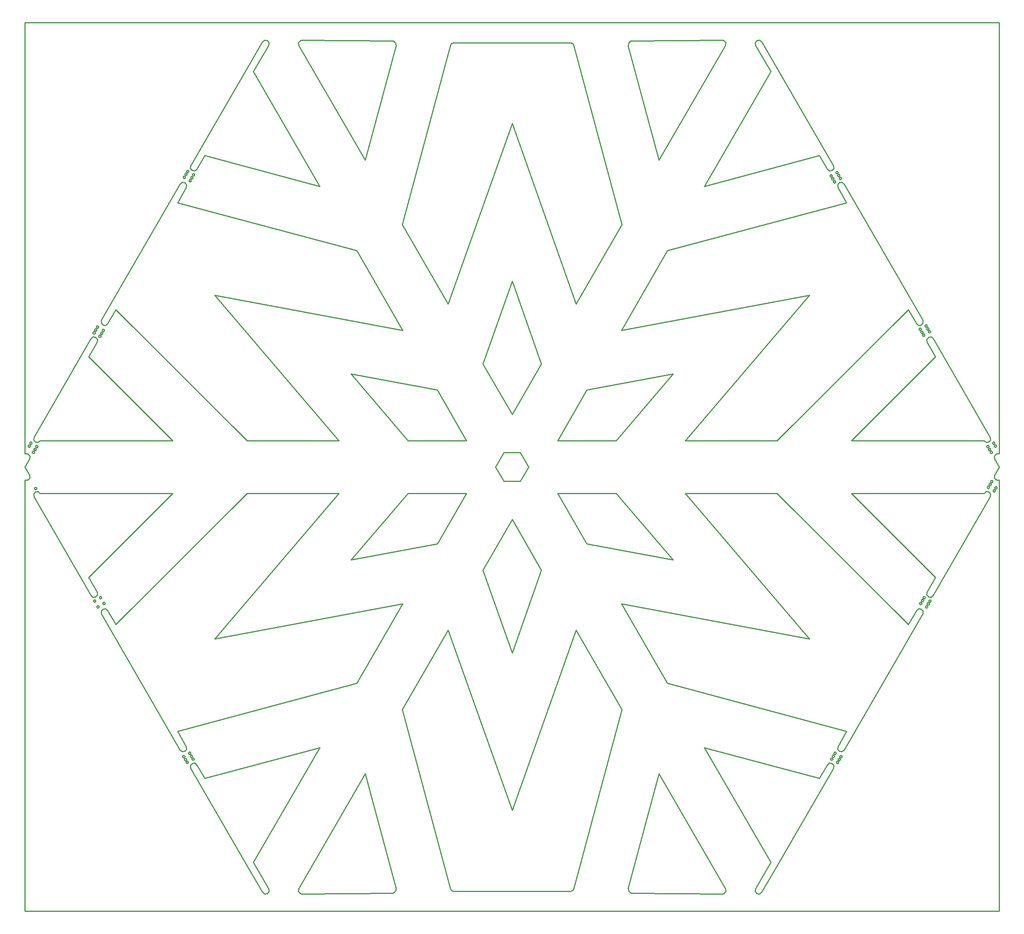
<source format=gbr>
G04 EAGLE Gerber RS-274X export*
G75*
%MOMM*%
%FSLAX34Y34*%
%LPD*%
%IN*%
%IPPOS*%
%AMOC8*
5,1,8,0,0,1.08239X$1,22.5*%
G01*
%ADD10C,0.254000*%


D10*
X0Y0D02*
X2159290Y0D01*
X2159290Y955708D01*
X2155386Y955708D01*
X2152001Y956739D01*
X2148357Y961487D01*
X2149139Y967420D01*
X2159285Y984999D01*
X2149139Y1002578D01*
X2148357Y1008511D01*
X2152001Y1013259D01*
X2155386Y1014291D01*
X2159290Y1014291D01*
X2159290Y1970000D01*
X0Y1970000D01*
X0Y1014291D01*
X3904Y1014291D01*
X7289Y1013259D01*
X10933Y1008511D01*
X10151Y1002578D01*
X6Y984999D01*
X10151Y967420D01*
X10933Y961487D01*
X7289Y956739D01*
X3904Y955708D01*
X0Y955708D01*
X0Y0D01*
X836366Y447213D02*
X942796Y50002D01*
X942803Y50002D01*
X945658Y45668D01*
X950507Y44074D01*
X1208783Y44074D01*
X1213632Y45668D01*
X1216487Y50002D01*
X1216494Y50002D01*
X1322924Y447213D01*
X1221153Y623485D01*
X1079645Y223447D01*
X938137Y623485D01*
X836366Y447213D01*
X836366Y1522785D02*
X938137Y1346514D01*
X1079645Y1746551D01*
X1221153Y1346514D01*
X1322924Y1522785D01*
X1216494Y1919996D01*
X1216487Y1919996D01*
X1213632Y1924330D01*
X1208783Y1925924D01*
X950507Y1925924D01*
X945658Y1924330D01*
X942803Y1919996D01*
X942796Y1919996D01*
X836366Y1522785D01*
X19285Y1045093D02*
X22928Y1040345D01*
X28861Y1039564D01*
X33609Y1043207D01*
X327619Y1043207D01*
X141225Y1229601D01*
X159533Y1262030D01*
X160314Y1267963D01*
X156671Y1272711D01*
X150738Y1273492D01*
X145990Y1269849D01*
X20066Y1051027D01*
X19285Y1045093D01*
X168666Y1304545D02*
X172309Y1299797D01*
X178243Y1299016D01*
X182991Y1302659D01*
X201487Y1333977D01*
X492256Y1043207D01*
X695800Y1043207D01*
X420114Y1365772D01*
X837319Y1288304D01*
X735547Y1464579D01*
X338337Y1571008D01*
X357373Y1604689D01*
X358154Y1610622D01*
X354511Y1615370D01*
X348578Y1616151D01*
X343830Y1612508D01*
X169447Y1310479D01*
X168666Y1304545D01*
X366506Y322794D02*
X367288Y316860D01*
X495156Y96077D01*
X526275Y42179D01*
X531023Y38536D01*
X536956Y39317D01*
X540599Y44065D01*
X539818Y49998D01*
X506217Y108212D01*
X653229Y362842D01*
X398597Y294615D01*
X380831Y324679D01*
X376083Y328323D01*
X370150Y327542D01*
X366506Y322794D01*
X366506Y1647205D02*
X370150Y1642457D01*
X376083Y1641676D01*
X380831Y1645319D01*
X398597Y1675383D01*
X653229Y1607156D01*
X506217Y1861786D01*
X539818Y1920000D01*
X540599Y1925933D01*
X536956Y1930681D01*
X531023Y1931462D01*
X526275Y1927819D01*
X495156Y1873921D01*
X367288Y1653138D01*
X366506Y1647205D01*
X1506061Y1607156D02*
X1760693Y1675383D01*
X1778459Y1645319D01*
X1783207Y1641676D01*
X1789140Y1642457D01*
X1792784Y1647205D01*
X1792003Y1653138D01*
X1664134Y1873921D01*
X1633015Y1927819D01*
X1628267Y1931462D01*
X1622334Y1930681D01*
X1618691Y1925933D01*
X1619472Y1920000D01*
X1653073Y1861786D01*
X1506061Y1607156D01*
X1321971Y681695D02*
X1423744Y505419D01*
X1820953Y398990D01*
X1801917Y365309D01*
X1801136Y359376D01*
X1804779Y354628D01*
X1810712Y353847D01*
X1815460Y357490D01*
X1989843Y659520D01*
X1990624Y665453D01*
X1986981Y670201D01*
X1981047Y670982D01*
X1976299Y667339D01*
X1957803Y636021D01*
X1667034Y926791D01*
X1463490Y926791D01*
X1739176Y604226D01*
X1321971Y681695D01*
X1831671Y926791D02*
X2018065Y740397D01*
X1999757Y707968D01*
X1998976Y702035D01*
X2002619Y697287D01*
X2008552Y696506D01*
X2013300Y700149D01*
X2139224Y918972D01*
X2140005Y924905D01*
X2136362Y929653D01*
X2130429Y930434D01*
X2125681Y926791D01*
X1831671Y926791D01*
X1337017Y1919996D02*
X1405244Y1665368D01*
X1552253Y1919996D01*
X1552241Y1920000D01*
X1553023Y1925933D01*
X1549379Y1930681D01*
X1545993Y1931713D01*
X1344495Y1929712D01*
X1342720Y1929478D01*
X1337909Y1925919D01*
X1337025Y1920000D01*
X1337017Y1919996D01*
X1337017Y50002D02*
X1337025Y49998D01*
X1337909Y44079D01*
X1342720Y40520D01*
X1344495Y40287D01*
X1545993Y38285D01*
X1549379Y39317D01*
X1553023Y44065D01*
X1552241Y49998D01*
X1552253Y50002D01*
X1405244Y304630D01*
X1337017Y50002D01*
X606267Y1925933D02*
X607049Y1920000D01*
X607037Y1919996D01*
X754046Y1665368D01*
X822273Y1919996D01*
X822265Y1920000D01*
X821381Y1925919D01*
X816570Y1929478D01*
X814795Y1929712D01*
X613297Y1931713D01*
X609911Y1930681D01*
X606267Y1925933D01*
X1506061Y362842D02*
X1653073Y108212D01*
X1619472Y49998D01*
X1618691Y44065D01*
X1622334Y39317D01*
X1628267Y38536D01*
X1633015Y42179D01*
X1664134Y96077D01*
X1792003Y316860D01*
X1792784Y322794D01*
X1789140Y327542D01*
X1783207Y328323D01*
X1778459Y324679D01*
X1760693Y294615D01*
X1506061Y362842D01*
X606267Y44065D02*
X609911Y39317D01*
X613297Y38285D01*
X814795Y40287D01*
X816570Y40520D01*
X821381Y44079D01*
X822265Y49998D01*
X822273Y50002D01*
X754046Y304630D01*
X607037Y50002D01*
X607049Y49998D01*
X606267Y44065D01*
X168666Y665453D02*
X169447Y659520D01*
X343830Y357490D01*
X348578Y353847D01*
X354511Y354628D01*
X358154Y359376D01*
X357373Y365309D01*
X338337Y398990D01*
X735547Y505419D01*
X837319Y681695D01*
X420114Y604226D01*
X695800Y926791D01*
X492256Y926791D01*
X201487Y636021D01*
X182991Y667339D01*
X178243Y670982D01*
X172309Y670201D01*
X168666Y665453D01*
X722437Y778769D02*
X913883Y814318D01*
X978820Y926791D01*
X848945Y926791D01*
X722437Y778769D01*
X1321971Y1288304D02*
X1739176Y1365772D01*
X1463490Y1043207D01*
X1667034Y1043207D01*
X1957803Y1333977D01*
X1976299Y1302659D01*
X1981047Y1299016D01*
X1986981Y1299797D01*
X1990624Y1304545D01*
X1989843Y1310479D01*
X1815460Y1612508D01*
X1810712Y1616151D01*
X1804779Y1615370D01*
X1801136Y1610622D01*
X1801917Y1604689D01*
X1820953Y1571008D01*
X1423744Y1464579D01*
X1321971Y1288304D01*
X1042984Y985000D02*
X1061315Y953250D01*
X1097977Y953250D01*
X1116308Y985000D01*
X1097977Y1016750D01*
X1061315Y1016750D01*
X1042984Y985000D01*
X1831671Y1043207D02*
X2125681Y1043207D01*
X2130429Y1039564D01*
X2136362Y1040345D01*
X2140005Y1045093D01*
X2139224Y1051027D01*
X2013300Y1269849D01*
X2008552Y1273492D01*
X2002619Y1272711D01*
X1998976Y1267963D01*
X1999757Y1262030D01*
X2018065Y1229601D01*
X1831671Y1043207D01*
X1014705Y756116D02*
X1079645Y572532D01*
X1144582Y756110D01*
X1079642Y868590D01*
X1014705Y756116D01*
X1014709Y1213886D02*
X1079645Y1101414D01*
X1144581Y1213886D01*
X1079645Y1397460D01*
X1014709Y1213886D01*
X1180461Y1043204D02*
X1310346Y1043204D01*
X1436864Y1191236D01*
X1245402Y1155685D01*
X1180461Y1043204D01*
X19285Y924905D02*
X20066Y918972D01*
X145990Y700149D01*
X150738Y696506D01*
X156671Y697287D01*
X160314Y702035D01*
X159533Y707968D01*
X141225Y740397D01*
X327619Y926791D01*
X33609Y926791D01*
X28861Y930434D01*
X22928Y929653D01*
X19285Y924905D01*
X722432Y1191229D02*
X848940Y1043207D01*
X978826Y1043207D01*
X913891Y1155679D01*
X722432Y1191229D01*
X1180466Y926787D02*
X1245401Y814316D01*
X1436857Y778765D01*
X1310348Y926787D01*
X1180466Y926787D01*
X1790335Y337393D02*
X1790273Y337004D01*
X1790152Y336630D01*
X1789973Y336279D01*
X1789742Y335961D01*
X1789464Y335683D01*
X1789145Y335452D01*
X1788795Y335273D01*
X1788420Y335151D01*
X1788032Y335090D01*
X1787638Y335090D01*
X1787250Y335151D01*
X1786875Y335273D01*
X1786525Y335452D01*
X1786206Y335683D01*
X1785928Y335961D01*
X1785697Y336279D01*
X1785518Y336630D01*
X1785396Y337004D01*
X1785335Y337393D01*
X1785335Y337786D01*
X1785396Y338175D01*
X1785518Y338549D01*
X1785697Y338900D01*
X1785928Y339218D01*
X1786206Y339497D01*
X1786525Y339728D01*
X1786875Y339907D01*
X1787250Y340028D01*
X1787638Y340090D01*
X1788032Y340090D01*
X1788420Y340028D01*
X1788795Y339907D01*
X1789145Y339728D01*
X1789464Y339497D01*
X1789742Y339218D01*
X1789973Y338900D01*
X1790152Y338549D01*
X1790273Y338175D01*
X1790335Y337786D01*
X1790335Y337393D01*
X1794085Y343888D02*
X1794023Y343500D01*
X1793902Y343125D01*
X1793723Y342775D01*
X1793492Y342456D01*
X1793214Y342178D01*
X1792895Y341947D01*
X1792545Y341768D01*
X1792170Y341646D01*
X1791782Y341585D01*
X1791388Y341585D01*
X1791000Y341646D01*
X1790625Y341768D01*
X1790275Y341947D01*
X1789956Y342178D01*
X1789678Y342456D01*
X1789447Y342775D01*
X1789268Y343125D01*
X1789146Y343500D01*
X1789085Y343888D01*
X1789085Y344282D01*
X1789146Y344670D01*
X1789268Y345045D01*
X1789447Y345395D01*
X1789678Y345714D01*
X1789956Y345992D01*
X1790275Y346223D01*
X1790625Y346402D01*
X1791000Y346523D01*
X1791388Y346585D01*
X1791782Y346585D01*
X1792170Y346523D01*
X1792545Y346402D01*
X1792895Y346223D01*
X1793214Y345992D01*
X1793492Y345714D01*
X1793723Y345395D01*
X1793902Y345045D01*
X1794023Y344670D01*
X1794085Y344282D01*
X1794085Y343888D01*
X1797835Y350383D02*
X1797773Y349995D01*
X1797652Y349620D01*
X1797473Y349270D01*
X1797242Y348951D01*
X1796964Y348673D01*
X1796645Y348442D01*
X1796295Y348263D01*
X1795920Y348142D01*
X1795532Y348080D01*
X1795138Y348080D01*
X1794750Y348142D01*
X1794375Y348263D01*
X1794025Y348442D01*
X1793706Y348673D01*
X1793428Y348951D01*
X1793197Y349270D01*
X1793018Y349620D01*
X1792896Y349995D01*
X1792835Y350383D01*
X1792835Y350777D01*
X1792896Y351166D01*
X1793018Y351540D01*
X1793197Y351890D01*
X1793428Y352209D01*
X1793706Y352487D01*
X1794025Y352718D01*
X1794375Y352897D01*
X1794750Y353019D01*
X1795138Y353080D01*
X1795532Y353080D01*
X1795920Y353019D01*
X1796295Y352897D01*
X1796645Y352718D01*
X1796964Y352487D01*
X1797242Y352209D01*
X1797473Y351890D01*
X1797652Y351540D01*
X1797773Y351166D01*
X1797835Y350777D01*
X1797835Y350383D01*
X1803325Y329893D02*
X1803264Y329504D01*
X1803142Y329130D01*
X1802964Y328779D01*
X1802732Y328461D01*
X1802454Y328183D01*
X1802136Y327952D01*
X1801785Y327773D01*
X1801411Y327651D01*
X1801022Y327590D01*
X1800629Y327590D01*
X1800240Y327651D01*
X1799866Y327773D01*
X1799515Y327952D01*
X1799197Y328183D01*
X1798918Y328461D01*
X1798687Y328779D01*
X1798508Y329130D01*
X1798387Y329504D01*
X1798325Y329893D01*
X1798325Y330286D01*
X1798387Y330675D01*
X1798508Y331049D01*
X1798687Y331400D01*
X1798918Y331718D01*
X1799197Y331997D01*
X1799515Y332228D01*
X1799866Y332407D01*
X1800240Y332528D01*
X1800629Y332590D01*
X1801022Y332590D01*
X1801411Y332528D01*
X1801785Y332407D01*
X1802136Y332228D01*
X1802454Y331997D01*
X1802732Y331718D01*
X1802964Y331400D01*
X1803142Y331049D01*
X1803264Y330675D01*
X1803325Y330286D01*
X1803325Y329893D01*
X1807075Y336388D02*
X1807014Y335999D01*
X1806892Y335625D01*
X1806713Y335275D01*
X1806482Y334956D01*
X1806204Y334678D01*
X1805886Y334447D01*
X1805535Y334268D01*
X1805161Y334146D01*
X1804772Y334085D01*
X1804379Y334085D01*
X1803990Y334146D01*
X1803616Y334268D01*
X1803265Y334447D01*
X1802947Y334678D01*
X1802668Y334956D01*
X1802437Y335275D01*
X1802258Y335625D01*
X1802137Y335999D01*
X1802075Y336388D01*
X1802075Y336782D01*
X1802137Y337170D01*
X1802258Y337545D01*
X1802437Y337895D01*
X1802668Y338214D01*
X1802947Y338492D01*
X1803265Y338723D01*
X1803616Y338902D01*
X1803990Y339023D01*
X1804379Y339085D01*
X1804772Y339085D01*
X1805161Y339023D01*
X1805535Y338902D01*
X1805886Y338723D01*
X1806204Y338492D01*
X1806482Y338214D01*
X1806713Y337895D01*
X1806892Y337545D01*
X1807014Y337170D01*
X1807075Y336782D01*
X1807075Y336388D01*
X1810825Y342883D02*
X1810764Y342495D01*
X1810642Y342120D01*
X1810463Y341770D01*
X1810232Y341451D01*
X1809954Y341173D01*
X1809636Y340942D01*
X1809285Y340763D01*
X1808911Y340642D01*
X1808522Y340580D01*
X1808129Y340580D01*
X1807740Y340642D01*
X1807366Y340763D01*
X1807015Y340942D01*
X1806697Y341173D01*
X1806418Y341451D01*
X1806187Y341770D01*
X1806008Y342120D01*
X1805887Y342495D01*
X1805825Y342883D01*
X1805825Y343277D01*
X1805887Y343665D01*
X1806008Y344040D01*
X1806187Y344390D01*
X1806418Y344709D01*
X1806697Y344987D01*
X1807015Y345218D01*
X1807366Y345397D01*
X1807740Y345519D01*
X1808129Y345580D01*
X1808522Y345580D01*
X1808911Y345519D01*
X1809285Y345397D01*
X1809636Y345218D01*
X1809954Y344987D01*
X1810232Y344709D01*
X1810463Y344390D01*
X1810642Y344040D01*
X1810764Y343665D01*
X1810825Y343277D01*
X1810825Y342883D01*
X1987835Y682393D02*
X1987773Y682004D01*
X1987652Y681630D01*
X1987473Y681279D01*
X1987242Y680961D01*
X1986964Y680683D01*
X1986645Y680452D01*
X1986295Y680273D01*
X1985920Y680151D01*
X1985532Y680090D01*
X1985138Y680090D01*
X1984750Y680151D01*
X1984375Y680273D01*
X1984025Y680452D01*
X1983706Y680683D01*
X1983428Y680961D01*
X1983197Y681279D01*
X1983018Y681630D01*
X1982896Y682004D01*
X1982835Y682393D01*
X1982835Y682786D01*
X1982896Y683175D01*
X1983018Y683549D01*
X1983197Y683900D01*
X1983428Y684218D01*
X1983706Y684497D01*
X1984025Y684728D01*
X1984375Y684907D01*
X1984750Y685028D01*
X1985138Y685090D01*
X1985532Y685090D01*
X1985920Y685028D01*
X1986295Y684907D01*
X1986645Y684728D01*
X1986964Y684497D01*
X1987242Y684218D01*
X1987473Y683900D01*
X1987652Y683549D01*
X1987773Y683175D01*
X1987835Y682786D01*
X1987835Y682393D01*
X1991585Y688888D02*
X1991523Y688500D01*
X1991402Y688125D01*
X1991223Y687775D01*
X1990992Y687456D01*
X1990714Y687178D01*
X1990395Y686947D01*
X1990045Y686768D01*
X1989670Y686646D01*
X1989282Y686585D01*
X1988888Y686585D01*
X1988500Y686646D01*
X1988125Y686768D01*
X1987775Y686947D01*
X1987456Y687178D01*
X1987178Y687456D01*
X1986947Y687775D01*
X1986768Y688125D01*
X1986646Y688500D01*
X1986585Y688888D01*
X1986585Y689282D01*
X1986646Y689670D01*
X1986768Y690045D01*
X1986947Y690395D01*
X1987178Y690714D01*
X1987456Y690992D01*
X1987775Y691223D01*
X1988125Y691402D01*
X1988500Y691523D01*
X1988888Y691585D01*
X1989282Y691585D01*
X1989670Y691523D01*
X1990045Y691402D01*
X1990395Y691223D01*
X1990714Y690992D01*
X1990992Y690714D01*
X1991223Y690395D01*
X1991402Y690045D01*
X1991523Y689670D01*
X1991585Y689282D01*
X1991585Y688888D01*
X1995335Y695383D02*
X1995273Y694995D01*
X1995152Y694620D01*
X1994973Y694270D01*
X1994742Y693951D01*
X1994464Y693673D01*
X1994145Y693442D01*
X1993795Y693263D01*
X1993420Y693142D01*
X1993032Y693080D01*
X1992638Y693080D01*
X1992250Y693142D01*
X1991875Y693263D01*
X1991525Y693442D01*
X1991206Y693673D01*
X1990928Y693951D01*
X1990697Y694270D01*
X1990518Y694620D01*
X1990396Y694995D01*
X1990335Y695383D01*
X1990335Y695777D01*
X1990396Y696166D01*
X1990518Y696540D01*
X1990697Y696890D01*
X1990928Y697209D01*
X1991206Y697487D01*
X1991525Y697718D01*
X1991875Y697897D01*
X1992250Y698019D01*
X1992638Y698080D01*
X1993032Y698080D01*
X1993420Y698019D01*
X1993795Y697897D01*
X1994145Y697718D01*
X1994464Y697487D01*
X1994742Y697209D01*
X1994973Y696890D01*
X1995152Y696540D01*
X1995273Y696166D01*
X1995335Y695777D01*
X1995335Y695383D01*
X2000825Y674893D02*
X2000764Y674504D01*
X2000642Y674130D01*
X2000464Y673779D01*
X2000232Y673461D01*
X1999954Y673183D01*
X1999636Y672952D01*
X1999285Y672773D01*
X1998911Y672651D01*
X1998522Y672590D01*
X1998129Y672590D01*
X1997740Y672651D01*
X1997366Y672773D01*
X1997015Y672952D01*
X1996697Y673183D01*
X1996418Y673461D01*
X1996187Y673779D01*
X1996008Y674130D01*
X1995887Y674504D01*
X1995825Y674893D01*
X1995825Y675286D01*
X1995887Y675675D01*
X1996008Y676049D01*
X1996187Y676400D01*
X1996418Y676718D01*
X1996697Y676997D01*
X1997015Y677228D01*
X1997366Y677407D01*
X1997740Y677528D01*
X1998129Y677590D01*
X1998522Y677590D01*
X1998911Y677528D01*
X1999285Y677407D01*
X1999636Y677228D01*
X1999954Y676997D01*
X2000232Y676718D01*
X2000464Y676400D01*
X2000642Y676049D01*
X2000764Y675675D01*
X2000825Y675286D01*
X2000825Y674893D01*
X2004575Y681388D02*
X2004514Y680999D01*
X2004392Y680625D01*
X2004213Y680275D01*
X2003982Y679956D01*
X2003704Y679678D01*
X2003386Y679447D01*
X2003035Y679268D01*
X2002661Y679146D01*
X2002272Y679085D01*
X2001879Y679085D01*
X2001490Y679146D01*
X2001116Y679268D01*
X2000765Y679447D01*
X2000447Y679678D01*
X2000168Y679956D01*
X1999937Y680275D01*
X1999758Y680625D01*
X1999637Y680999D01*
X1999575Y681388D01*
X1999575Y681782D01*
X1999637Y682170D01*
X1999758Y682545D01*
X1999937Y682895D01*
X2000168Y683214D01*
X2000447Y683492D01*
X2000765Y683723D01*
X2001116Y683902D01*
X2001490Y684023D01*
X2001879Y684085D01*
X2002272Y684085D01*
X2002661Y684023D01*
X2003035Y683902D01*
X2003386Y683723D01*
X2003704Y683492D01*
X2003982Y683214D01*
X2004213Y682895D01*
X2004392Y682545D01*
X2004514Y682170D01*
X2004575Y681782D01*
X2004575Y681388D01*
X2008325Y687883D02*
X2008264Y687495D01*
X2008142Y687120D01*
X2007963Y686770D01*
X2007732Y686451D01*
X2007454Y686173D01*
X2007136Y685942D01*
X2006785Y685763D01*
X2006411Y685642D01*
X2006022Y685580D01*
X2005629Y685580D01*
X2005240Y685642D01*
X2004866Y685763D01*
X2004515Y685942D01*
X2004197Y686173D01*
X2003918Y686451D01*
X2003687Y686770D01*
X2003508Y687120D01*
X2003387Y687495D01*
X2003325Y687883D01*
X2003325Y688277D01*
X2003387Y688665D01*
X2003508Y689040D01*
X2003687Y689390D01*
X2003918Y689709D01*
X2004197Y689987D01*
X2004515Y690218D01*
X2004866Y690397D01*
X2005240Y690519D01*
X2005629Y690580D01*
X2006022Y690580D01*
X2006411Y690519D01*
X2006785Y690397D01*
X2007136Y690218D01*
X2007454Y689987D01*
X2007732Y689709D01*
X2007963Y689390D01*
X2008142Y689040D01*
X2008264Y688665D01*
X2008325Y688277D01*
X2008325Y687883D01*
X355335Y1627393D02*
X355273Y1627004D01*
X355152Y1626630D01*
X354973Y1626279D01*
X354742Y1625961D01*
X354464Y1625683D01*
X354145Y1625452D01*
X353795Y1625273D01*
X353420Y1625151D01*
X353032Y1625090D01*
X352638Y1625090D01*
X352250Y1625151D01*
X351875Y1625273D01*
X351525Y1625452D01*
X351206Y1625683D01*
X350928Y1625961D01*
X350697Y1626279D01*
X350518Y1626630D01*
X350396Y1627004D01*
X350335Y1627393D01*
X350335Y1627786D01*
X350396Y1628175D01*
X350518Y1628549D01*
X350697Y1628900D01*
X350928Y1629218D01*
X351206Y1629497D01*
X351525Y1629728D01*
X351875Y1629907D01*
X352250Y1630028D01*
X352638Y1630090D01*
X353032Y1630090D01*
X353420Y1630028D01*
X353795Y1629907D01*
X354145Y1629728D01*
X354464Y1629497D01*
X354742Y1629218D01*
X354973Y1628900D01*
X355152Y1628549D01*
X355273Y1628175D01*
X355335Y1627786D01*
X355335Y1627393D01*
X359085Y1633888D02*
X359023Y1633500D01*
X358902Y1633125D01*
X358723Y1632775D01*
X358492Y1632456D01*
X358214Y1632178D01*
X357895Y1631947D01*
X357545Y1631768D01*
X357170Y1631646D01*
X356782Y1631585D01*
X356388Y1631585D01*
X356000Y1631646D01*
X355625Y1631768D01*
X355275Y1631947D01*
X354956Y1632178D01*
X354678Y1632456D01*
X354447Y1632775D01*
X354268Y1633125D01*
X354146Y1633500D01*
X354085Y1633888D01*
X354085Y1634282D01*
X354146Y1634670D01*
X354268Y1635045D01*
X354447Y1635395D01*
X354678Y1635714D01*
X354956Y1635992D01*
X355275Y1636223D01*
X355625Y1636402D01*
X356000Y1636523D01*
X356388Y1636585D01*
X356782Y1636585D01*
X357170Y1636523D01*
X357545Y1636402D01*
X357895Y1636223D01*
X358214Y1635992D01*
X358492Y1635714D01*
X358723Y1635395D01*
X358902Y1635045D01*
X359023Y1634670D01*
X359085Y1634282D01*
X359085Y1633888D01*
X362835Y1640383D02*
X362773Y1639995D01*
X362652Y1639620D01*
X362473Y1639270D01*
X362242Y1638951D01*
X361964Y1638673D01*
X361645Y1638442D01*
X361295Y1638263D01*
X360920Y1638142D01*
X360532Y1638080D01*
X360138Y1638080D01*
X359750Y1638142D01*
X359375Y1638263D01*
X359025Y1638442D01*
X358706Y1638673D01*
X358428Y1638951D01*
X358197Y1639270D01*
X358018Y1639620D01*
X357896Y1639995D01*
X357835Y1640383D01*
X357835Y1640777D01*
X357896Y1641166D01*
X358018Y1641540D01*
X358197Y1641890D01*
X358428Y1642209D01*
X358706Y1642487D01*
X359025Y1642718D01*
X359375Y1642897D01*
X359750Y1643019D01*
X360138Y1643080D01*
X360532Y1643080D01*
X360920Y1643019D01*
X361295Y1642897D01*
X361645Y1642718D01*
X361964Y1642487D01*
X362242Y1642209D01*
X362473Y1641890D01*
X362652Y1641540D01*
X362773Y1641166D01*
X362835Y1640777D01*
X362835Y1640383D01*
X368325Y1619893D02*
X368264Y1619504D01*
X368142Y1619130D01*
X367964Y1618779D01*
X367732Y1618461D01*
X367454Y1618183D01*
X367136Y1617952D01*
X366785Y1617773D01*
X366411Y1617651D01*
X366022Y1617590D01*
X365629Y1617590D01*
X365240Y1617651D01*
X364866Y1617773D01*
X364515Y1617952D01*
X364197Y1618183D01*
X363918Y1618461D01*
X363687Y1618779D01*
X363508Y1619130D01*
X363387Y1619504D01*
X363325Y1619893D01*
X363325Y1620286D01*
X363387Y1620675D01*
X363508Y1621049D01*
X363687Y1621400D01*
X363918Y1621718D01*
X364197Y1621997D01*
X364515Y1622228D01*
X364866Y1622407D01*
X365240Y1622528D01*
X365629Y1622590D01*
X366022Y1622590D01*
X366411Y1622528D01*
X366785Y1622407D01*
X367136Y1622228D01*
X367454Y1621997D01*
X367732Y1621718D01*
X367964Y1621400D01*
X368142Y1621049D01*
X368264Y1620675D01*
X368325Y1620286D01*
X368325Y1619893D01*
X372075Y1626388D02*
X372014Y1625999D01*
X371892Y1625625D01*
X371713Y1625275D01*
X371482Y1624956D01*
X371204Y1624678D01*
X370886Y1624447D01*
X370535Y1624268D01*
X370161Y1624146D01*
X369772Y1624085D01*
X369379Y1624085D01*
X368990Y1624146D01*
X368616Y1624268D01*
X368265Y1624447D01*
X367947Y1624678D01*
X367668Y1624956D01*
X367437Y1625275D01*
X367258Y1625625D01*
X367137Y1625999D01*
X367075Y1626388D01*
X367075Y1626782D01*
X367137Y1627170D01*
X367258Y1627545D01*
X367437Y1627895D01*
X367668Y1628214D01*
X367947Y1628492D01*
X368265Y1628723D01*
X368616Y1628902D01*
X368990Y1629023D01*
X369379Y1629085D01*
X369772Y1629085D01*
X370161Y1629023D01*
X370535Y1628902D01*
X370886Y1628723D01*
X371204Y1628492D01*
X371482Y1628214D01*
X371713Y1627895D01*
X371892Y1627545D01*
X372014Y1627170D01*
X372075Y1626782D01*
X372075Y1626388D01*
X375825Y1632883D02*
X375764Y1632495D01*
X375642Y1632120D01*
X375463Y1631770D01*
X375232Y1631451D01*
X374954Y1631173D01*
X374636Y1630942D01*
X374285Y1630763D01*
X373911Y1630642D01*
X373522Y1630580D01*
X373129Y1630580D01*
X372740Y1630642D01*
X372366Y1630763D01*
X372015Y1630942D01*
X371697Y1631173D01*
X371418Y1631451D01*
X371187Y1631770D01*
X371008Y1632120D01*
X370887Y1632495D01*
X370825Y1632883D01*
X370825Y1633277D01*
X370887Y1633665D01*
X371008Y1634040D01*
X371187Y1634390D01*
X371418Y1634709D01*
X371697Y1634987D01*
X372015Y1635218D01*
X372366Y1635397D01*
X372740Y1635519D01*
X373129Y1635580D01*
X373522Y1635580D01*
X373911Y1635519D01*
X374285Y1635397D01*
X374636Y1635218D01*
X374954Y1634987D01*
X375232Y1634709D01*
X375463Y1634390D01*
X375642Y1634040D01*
X375764Y1633665D01*
X375825Y1633277D01*
X375825Y1632883D01*
X155335Y1282393D02*
X155273Y1282004D01*
X155152Y1281630D01*
X154973Y1281279D01*
X154742Y1280961D01*
X154464Y1280683D01*
X154145Y1280452D01*
X153795Y1280273D01*
X153420Y1280151D01*
X153032Y1280090D01*
X152638Y1280090D01*
X152250Y1280151D01*
X151875Y1280273D01*
X151525Y1280452D01*
X151206Y1280683D01*
X150928Y1280961D01*
X150697Y1281279D01*
X150518Y1281630D01*
X150396Y1282004D01*
X150335Y1282393D01*
X150335Y1282786D01*
X150396Y1283175D01*
X150518Y1283549D01*
X150697Y1283900D01*
X150928Y1284218D01*
X151206Y1284497D01*
X151525Y1284728D01*
X151875Y1284907D01*
X152250Y1285028D01*
X152638Y1285090D01*
X153032Y1285090D01*
X153420Y1285028D01*
X153795Y1284907D01*
X154145Y1284728D01*
X154464Y1284497D01*
X154742Y1284218D01*
X154973Y1283900D01*
X155152Y1283549D01*
X155273Y1283175D01*
X155335Y1282786D01*
X155335Y1282393D01*
X159085Y1288888D02*
X159023Y1288500D01*
X158902Y1288125D01*
X158723Y1287775D01*
X158492Y1287456D01*
X158214Y1287178D01*
X157895Y1286947D01*
X157545Y1286768D01*
X157170Y1286646D01*
X156782Y1286585D01*
X156388Y1286585D01*
X156000Y1286646D01*
X155625Y1286768D01*
X155275Y1286947D01*
X154956Y1287178D01*
X154678Y1287456D01*
X154447Y1287775D01*
X154268Y1288125D01*
X154146Y1288500D01*
X154085Y1288888D01*
X154085Y1289282D01*
X154146Y1289670D01*
X154268Y1290045D01*
X154447Y1290395D01*
X154678Y1290714D01*
X154956Y1290992D01*
X155275Y1291223D01*
X155625Y1291402D01*
X156000Y1291523D01*
X156388Y1291585D01*
X156782Y1291585D01*
X157170Y1291523D01*
X157545Y1291402D01*
X157895Y1291223D01*
X158214Y1290992D01*
X158492Y1290714D01*
X158723Y1290395D01*
X158902Y1290045D01*
X159023Y1289670D01*
X159085Y1289282D01*
X159085Y1288888D01*
X162835Y1295383D02*
X162773Y1294995D01*
X162652Y1294620D01*
X162473Y1294270D01*
X162242Y1293951D01*
X161964Y1293673D01*
X161645Y1293442D01*
X161295Y1293263D01*
X160920Y1293142D01*
X160532Y1293080D01*
X160138Y1293080D01*
X159750Y1293142D01*
X159375Y1293263D01*
X159025Y1293442D01*
X158706Y1293673D01*
X158428Y1293951D01*
X158197Y1294270D01*
X158018Y1294620D01*
X157896Y1294995D01*
X157835Y1295383D01*
X157835Y1295777D01*
X157896Y1296166D01*
X158018Y1296540D01*
X158197Y1296890D01*
X158428Y1297209D01*
X158706Y1297487D01*
X159025Y1297718D01*
X159375Y1297897D01*
X159750Y1298019D01*
X160138Y1298080D01*
X160532Y1298080D01*
X160920Y1298019D01*
X161295Y1297897D01*
X161645Y1297718D01*
X161964Y1297487D01*
X162242Y1297209D01*
X162473Y1296890D01*
X162652Y1296540D01*
X162773Y1296166D01*
X162835Y1295777D01*
X162835Y1295383D01*
X168325Y1274893D02*
X168264Y1274504D01*
X168142Y1274130D01*
X167964Y1273779D01*
X167732Y1273461D01*
X167454Y1273183D01*
X167136Y1272952D01*
X166785Y1272773D01*
X166411Y1272651D01*
X166022Y1272590D01*
X165629Y1272590D01*
X165240Y1272651D01*
X164866Y1272773D01*
X164515Y1272952D01*
X164197Y1273183D01*
X163918Y1273461D01*
X163687Y1273779D01*
X163508Y1274130D01*
X163387Y1274504D01*
X163325Y1274893D01*
X163325Y1275286D01*
X163387Y1275675D01*
X163508Y1276049D01*
X163687Y1276400D01*
X163918Y1276718D01*
X164197Y1276997D01*
X164515Y1277228D01*
X164866Y1277407D01*
X165240Y1277528D01*
X165629Y1277590D01*
X166022Y1277590D01*
X166411Y1277528D01*
X166785Y1277407D01*
X167136Y1277228D01*
X167454Y1276997D01*
X167732Y1276718D01*
X167964Y1276400D01*
X168142Y1276049D01*
X168264Y1275675D01*
X168325Y1275286D01*
X168325Y1274893D01*
X172075Y1281388D02*
X172014Y1280999D01*
X171892Y1280625D01*
X171713Y1280275D01*
X171482Y1279956D01*
X171204Y1279678D01*
X170886Y1279447D01*
X170535Y1279268D01*
X170161Y1279146D01*
X169772Y1279085D01*
X169379Y1279085D01*
X168990Y1279146D01*
X168616Y1279268D01*
X168265Y1279447D01*
X167947Y1279678D01*
X167668Y1279956D01*
X167437Y1280275D01*
X167258Y1280625D01*
X167137Y1280999D01*
X167075Y1281388D01*
X167075Y1281782D01*
X167137Y1282170D01*
X167258Y1282545D01*
X167437Y1282895D01*
X167668Y1283214D01*
X167947Y1283492D01*
X168265Y1283723D01*
X168616Y1283902D01*
X168990Y1284023D01*
X169379Y1284085D01*
X169772Y1284085D01*
X170161Y1284023D01*
X170535Y1283902D01*
X170886Y1283723D01*
X171204Y1283492D01*
X171482Y1283214D01*
X171713Y1282895D01*
X171892Y1282545D01*
X172014Y1282170D01*
X172075Y1281782D01*
X172075Y1281388D01*
X175825Y1287883D02*
X175764Y1287495D01*
X175642Y1287120D01*
X175463Y1286770D01*
X175232Y1286451D01*
X174954Y1286173D01*
X174636Y1285942D01*
X174285Y1285763D01*
X173911Y1285642D01*
X173522Y1285580D01*
X173129Y1285580D01*
X172740Y1285642D01*
X172366Y1285763D01*
X172015Y1285942D01*
X171697Y1286173D01*
X171418Y1286451D01*
X171187Y1286770D01*
X171008Y1287120D01*
X170887Y1287495D01*
X170825Y1287883D01*
X170825Y1288277D01*
X170887Y1288665D01*
X171008Y1289040D01*
X171187Y1289390D01*
X171418Y1289709D01*
X171697Y1289987D01*
X172015Y1290218D01*
X172366Y1290397D01*
X172740Y1290519D01*
X173129Y1290580D01*
X173522Y1290580D01*
X173911Y1290519D01*
X174285Y1290397D01*
X174636Y1290218D01*
X174954Y1289987D01*
X175232Y1289709D01*
X175463Y1289390D01*
X175642Y1289040D01*
X175764Y1288665D01*
X175825Y1288277D01*
X175825Y1287883D01*
X177165Y682393D02*
X177104Y682004D01*
X176982Y681630D01*
X176803Y681279D01*
X176572Y680961D01*
X176294Y680683D01*
X175975Y680452D01*
X175625Y680273D01*
X175251Y680151D01*
X174862Y680090D01*
X174468Y680090D01*
X174080Y680151D01*
X173705Y680273D01*
X173355Y680452D01*
X173036Y680683D01*
X172758Y680961D01*
X172527Y681279D01*
X172348Y681630D01*
X172227Y682004D01*
X172165Y682393D01*
X172165Y682786D01*
X172227Y683175D01*
X172348Y683549D01*
X172527Y683900D01*
X172758Y684218D01*
X173036Y684497D01*
X173355Y684728D01*
X173705Y684907D01*
X174080Y685028D01*
X174468Y685090D01*
X174862Y685090D01*
X175251Y685028D01*
X175625Y684907D01*
X175975Y684728D01*
X176294Y684497D01*
X176572Y684218D01*
X176803Y683900D01*
X176982Y683549D01*
X177104Y683175D01*
X177165Y682786D01*
X177165Y682393D01*
X169665Y695383D02*
X169604Y694995D01*
X169482Y694620D01*
X169303Y694270D01*
X169072Y693951D01*
X168794Y693673D01*
X168475Y693442D01*
X168125Y693263D01*
X167751Y693142D01*
X167362Y693080D01*
X166968Y693080D01*
X166580Y693142D01*
X166205Y693263D01*
X165855Y693442D01*
X165536Y693673D01*
X165258Y693951D01*
X165027Y694270D01*
X164848Y694620D01*
X164727Y694995D01*
X164665Y695383D01*
X164665Y695777D01*
X164727Y696166D01*
X164848Y696540D01*
X165027Y696890D01*
X165258Y697209D01*
X165536Y697487D01*
X165855Y697718D01*
X166205Y697897D01*
X166580Y698019D01*
X166968Y698080D01*
X167362Y698080D01*
X167751Y698019D01*
X168125Y697897D01*
X168475Y697718D01*
X168794Y697487D01*
X169072Y697209D01*
X169303Y696890D01*
X169482Y696540D01*
X169604Y696166D01*
X169665Y695777D01*
X169665Y695383D01*
X164175Y674893D02*
X164113Y674504D01*
X163992Y674130D01*
X163813Y673779D01*
X163582Y673461D01*
X163303Y673183D01*
X162985Y672952D01*
X162634Y672773D01*
X162260Y672651D01*
X161871Y672590D01*
X161478Y672590D01*
X161089Y672651D01*
X160715Y672773D01*
X160364Y672952D01*
X160046Y673183D01*
X159768Y673461D01*
X159537Y673779D01*
X159358Y674130D01*
X159236Y674504D01*
X159175Y674893D01*
X159175Y675286D01*
X159236Y675675D01*
X159358Y676049D01*
X159537Y676400D01*
X159768Y676718D01*
X160046Y676997D01*
X160364Y677228D01*
X160715Y677407D01*
X161089Y677528D01*
X161478Y677590D01*
X161871Y677590D01*
X162260Y677528D01*
X162634Y677407D01*
X162985Y677228D01*
X163303Y676997D01*
X163582Y676718D01*
X163813Y676400D01*
X163992Y676049D01*
X164113Y675675D01*
X164175Y675286D01*
X164175Y674893D01*
X156675Y687883D02*
X156613Y687495D01*
X156492Y687120D01*
X156313Y686770D01*
X156082Y686451D01*
X155803Y686173D01*
X155485Y685942D01*
X155134Y685763D01*
X154760Y685642D01*
X154371Y685580D01*
X153978Y685580D01*
X153589Y685642D01*
X153215Y685763D01*
X152864Y685942D01*
X152546Y686173D01*
X152268Y686451D01*
X152037Y686770D01*
X151858Y687120D01*
X151736Y687495D01*
X151675Y687883D01*
X151675Y688277D01*
X151736Y688665D01*
X151858Y689040D01*
X152037Y689390D01*
X152268Y689709D01*
X152546Y689987D01*
X152864Y690218D01*
X153215Y690397D01*
X153589Y690519D01*
X153978Y690580D01*
X154371Y690580D01*
X154760Y690519D01*
X155134Y690397D01*
X155485Y690218D01*
X155803Y689987D01*
X156082Y689709D01*
X156313Y689390D01*
X156492Y689040D01*
X156613Y688665D01*
X156675Y688277D01*
X156675Y687883D01*
X374665Y337393D02*
X374604Y337004D01*
X374482Y336630D01*
X374303Y336279D01*
X374072Y335961D01*
X373794Y335683D01*
X373475Y335452D01*
X373125Y335273D01*
X372751Y335151D01*
X372362Y335090D01*
X371968Y335090D01*
X371580Y335151D01*
X371205Y335273D01*
X370855Y335452D01*
X370536Y335683D01*
X370258Y335961D01*
X370027Y336279D01*
X369848Y336630D01*
X369727Y337004D01*
X369665Y337393D01*
X369665Y337786D01*
X369727Y338175D01*
X369848Y338549D01*
X370027Y338900D01*
X370258Y339218D01*
X370536Y339497D01*
X370855Y339728D01*
X371205Y339907D01*
X371580Y340028D01*
X371968Y340090D01*
X372362Y340090D01*
X372751Y340028D01*
X373125Y339907D01*
X373475Y339728D01*
X373794Y339497D01*
X374072Y339218D01*
X374303Y338900D01*
X374482Y338549D01*
X374604Y338175D01*
X374665Y337786D01*
X374665Y337393D01*
X370915Y343888D02*
X370854Y343500D01*
X370732Y343125D01*
X370553Y342775D01*
X370322Y342456D01*
X370044Y342178D01*
X369725Y341947D01*
X369375Y341768D01*
X369001Y341646D01*
X368612Y341585D01*
X368218Y341585D01*
X367830Y341646D01*
X367455Y341768D01*
X367105Y341947D01*
X366786Y342178D01*
X366508Y342456D01*
X366277Y342775D01*
X366098Y343125D01*
X365977Y343500D01*
X365915Y343888D01*
X365915Y344282D01*
X365977Y344670D01*
X366098Y345045D01*
X366277Y345395D01*
X366508Y345714D01*
X366786Y345992D01*
X367105Y346223D01*
X367455Y346402D01*
X367830Y346523D01*
X368218Y346585D01*
X368612Y346585D01*
X369001Y346523D01*
X369375Y346402D01*
X369725Y346223D01*
X370044Y345992D01*
X370322Y345714D01*
X370553Y345395D01*
X370732Y345045D01*
X370854Y344670D01*
X370915Y344282D01*
X370915Y343888D01*
X367165Y350383D02*
X367104Y349995D01*
X366982Y349620D01*
X366803Y349270D01*
X366572Y348951D01*
X366294Y348673D01*
X365975Y348442D01*
X365625Y348263D01*
X365251Y348142D01*
X364862Y348080D01*
X364468Y348080D01*
X364080Y348142D01*
X363705Y348263D01*
X363355Y348442D01*
X363036Y348673D01*
X362758Y348951D01*
X362527Y349270D01*
X362348Y349620D01*
X362227Y349995D01*
X362165Y350383D01*
X362165Y350777D01*
X362227Y351166D01*
X362348Y351540D01*
X362527Y351890D01*
X362758Y352209D01*
X363036Y352487D01*
X363355Y352718D01*
X363705Y352897D01*
X364080Y353019D01*
X364468Y353080D01*
X364862Y353080D01*
X365251Y353019D01*
X365625Y352897D01*
X365975Y352718D01*
X366294Y352487D01*
X366572Y352209D01*
X366803Y351890D01*
X366982Y351540D01*
X367104Y351166D01*
X367165Y350777D01*
X367165Y350383D01*
X361675Y329893D02*
X361613Y329504D01*
X361492Y329130D01*
X361313Y328779D01*
X361082Y328461D01*
X360803Y328183D01*
X360485Y327952D01*
X360134Y327773D01*
X359760Y327651D01*
X359371Y327590D01*
X358978Y327590D01*
X358589Y327651D01*
X358215Y327773D01*
X357864Y327952D01*
X357546Y328183D01*
X357268Y328461D01*
X357037Y328779D01*
X356858Y329130D01*
X356736Y329504D01*
X356675Y329893D01*
X356675Y330286D01*
X356736Y330675D01*
X356858Y331049D01*
X357037Y331400D01*
X357268Y331718D01*
X357546Y331997D01*
X357864Y332228D01*
X358215Y332407D01*
X358589Y332528D01*
X358978Y332590D01*
X359371Y332590D01*
X359760Y332528D01*
X360134Y332407D01*
X360485Y332228D01*
X360803Y331997D01*
X361082Y331718D01*
X361313Y331400D01*
X361492Y331049D01*
X361613Y330675D01*
X361675Y330286D01*
X361675Y329893D01*
X357925Y336388D02*
X357863Y335999D01*
X357742Y335625D01*
X357563Y335275D01*
X357332Y334956D01*
X357053Y334678D01*
X356735Y334447D01*
X356384Y334268D01*
X356010Y334146D01*
X355621Y334085D01*
X355228Y334085D01*
X354839Y334146D01*
X354465Y334268D01*
X354114Y334447D01*
X353796Y334678D01*
X353518Y334956D01*
X353287Y335275D01*
X353108Y335625D01*
X352986Y335999D01*
X352925Y336388D01*
X352925Y336782D01*
X352986Y337170D01*
X353108Y337545D01*
X353287Y337895D01*
X353518Y338214D01*
X353796Y338492D01*
X354114Y338723D01*
X354465Y338902D01*
X354839Y339023D01*
X355228Y339085D01*
X355621Y339085D01*
X356010Y339023D01*
X356384Y338902D01*
X356735Y338723D01*
X357053Y338492D01*
X357332Y338214D01*
X357563Y337895D01*
X357742Y337545D01*
X357863Y337170D01*
X357925Y336782D01*
X357925Y336388D01*
X354175Y342883D02*
X354113Y342495D01*
X353992Y342120D01*
X353813Y341770D01*
X353582Y341451D01*
X353303Y341173D01*
X352985Y340942D01*
X352634Y340763D01*
X352260Y340642D01*
X351871Y340580D01*
X351478Y340580D01*
X351089Y340642D01*
X350715Y340763D01*
X350364Y340942D01*
X350046Y341173D01*
X349768Y341451D01*
X349537Y341770D01*
X349358Y342120D01*
X349236Y342495D01*
X349175Y342883D01*
X349175Y343277D01*
X349236Y343665D01*
X349358Y344040D01*
X349537Y344390D01*
X349768Y344709D01*
X350046Y344987D01*
X350364Y345218D01*
X350715Y345397D01*
X351089Y345519D01*
X351478Y345580D01*
X351871Y345580D01*
X352260Y345519D01*
X352634Y345397D01*
X352985Y345218D01*
X353303Y344987D01*
X353582Y344709D01*
X353813Y344390D01*
X353992Y344040D01*
X354113Y343665D01*
X354175Y343277D01*
X354175Y342883D01*
X2007165Y1284893D02*
X2007104Y1284504D01*
X2006982Y1284130D01*
X2006803Y1283779D01*
X2006572Y1283461D01*
X2006294Y1283183D01*
X2005975Y1282952D01*
X2005625Y1282773D01*
X2005251Y1282651D01*
X2004862Y1282590D01*
X2004468Y1282590D01*
X2004080Y1282651D01*
X2003705Y1282773D01*
X2003355Y1282952D01*
X2003036Y1283183D01*
X2002758Y1283461D01*
X2002527Y1283779D01*
X2002348Y1284130D01*
X2002227Y1284504D01*
X2002165Y1284893D01*
X2002165Y1285286D01*
X2002227Y1285675D01*
X2002348Y1286049D01*
X2002527Y1286400D01*
X2002758Y1286718D01*
X2003036Y1286997D01*
X2003355Y1287228D01*
X2003705Y1287407D01*
X2004080Y1287528D01*
X2004468Y1287590D01*
X2004862Y1287590D01*
X2005251Y1287528D01*
X2005625Y1287407D01*
X2005975Y1287228D01*
X2006294Y1286997D01*
X2006572Y1286718D01*
X2006803Y1286400D01*
X2006982Y1286049D01*
X2007104Y1285675D01*
X2007165Y1285286D01*
X2007165Y1284893D01*
X2003415Y1291388D02*
X2003354Y1291000D01*
X2003232Y1290625D01*
X2003053Y1290275D01*
X2002822Y1289956D01*
X2002544Y1289678D01*
X2002225Y1289447D01*
X2001875Y1289268D01*
X2001501Y1289146D01*
X2001112Y1289085D01*
X2000718Y1289085D01*
X2000330Y1289146D01*
X1999955Y1289268D01*
X1999605Y1289447D01*
X1999286Y1289678D01*
X1999008Y1289956D01*
X1998777Y1290275D01*
X1998598Y1290625D01*
X1998477Y1291000D01*
X1998415Y1291388D01*
X1998415Y1291782D01*
X1998477Y1292170D01*
X1998598Y1292545D01*
X1998777Y1292895D01*
X1999008Y1293214D01*
X1999286Y1293492D01*
X1999605Y1293723D01*
X1999955Y1293902D01*
X2000330Y1294023D01*
X2000718Y1294085D01*
X2001112Y1294085D01*
X2001501Y1294023D01*
X2001875Y1293902D01*
X2002225Y1293723D01*
X2002544Y1293492D01*
X2002822Y1293214D01*
X2003053Y1292895D01*
X2003232Y1292545D01*
X2003354Y1292170D01*
X2003415Y1291782D01*
X2003415Y1291388D01*
X1999665Y1297883D02*
X1999604Y1297495D01*
X1999482Y1297120D01*
X1999303Y1296770D01*
X1999072Y1296451D01*
X1998794Y1296173D01*
X1998475Y1295942D01*
X1998125Y1295763D01*
X1997751Y1295642D01*
X1997362Y1295580D01*
X1996968Y1295580D01*
X1996580Y1295642D01*
X1996205Y1295763D01*
X1995855Y1295942D01*
X1995536Y1296173D01*
X1995258Y1296451D01*
X1995027Y1296770D01*
X1994848Y1297120D01*
X1994727Y1297495D01*
X1994665Y1297883D01*
X1994665Y1298277D01*
X1994727Y1298666D01*
X1994848Y1299040D01*
X1995027Y1299390D01*
X1995258Y1299709D01*
X1995536Y1299987D01*
X1995855Y1300218D01*
X1996205Y1300397D01*
X1996580Y1300519D01*
X1996968Y1300580D01*
X1997362Y1300580D01*
X1997751Y1300519D01*
X1998125Y1300397D01*
X1998475Y1300218D01*
X1998794Y1299987D01*
X1999072Y1299709D01*
X1999303Y1299390D01*
X1999482Y1299040D01*
X1999604Y1298666D01*
X1999665Y1298277D01*
X1999665Y1297883D01*
X1994175Y1277393D02*
X1994113Y1277004D01*
X1993992Y1276630D01*
X1993813Y1276279D01*
X1993582Y1275961D01*
X1993303Y1275683D01*
X1992985Y1275452D01*
X1992634Y1275273D01*
X1992260Y1275151D01*
X1991871Y1275090D01*
X1991478Y1275090D01*
X1991089Y1275151D01*
X1990715Y1275273D01*
X1990364Y1275452D01*
X1990046Y1275683D01*
X1989768Y1275961D01*
X1989537Y1276279D01*
X1989358Y1276630D01*
X1989236Y1277004D01*
X1989175Y1277393D01*
X1989175Y1277786D01*
X1989236Y1278175D01*
X1989358Y1278549D01*
X1989537Y1278900D01*
X1989768Y1279218D01*
X1990046Y1279497D01*
X1990364Y1279728D01*
X1990715Y1279907D01*
X1991089Y1280028D01*
X1991478Y1280090D01*
X1991871Y1280090D01*
X1992260Y1280028D01*
X1992634Y1279907D01*
X1992985Y1279728D01*
X1993303Y1279497D01*
X1993582Y1279218D01*
X1993813Y1278900D01*
X1993992Y1278549D01*
X1994113Y1278175D01*
X1994175Y1277786D01*
X1994175Y1277393D01*
X1990425Y1283888D02*
X1990363Y1283499D01*
X1990242Y1283125D01*
X1990063Y1282775D01*
X1989832Y1282456D01*
X1989553Y1282178D01*
X1989235Y1281947D01*
X1988884Y1281768D01*
X1988510Y1281646D01*
X1988121Y1281585D01*
X1987728Y1281585D01*
X1987339Y1281646D01*
X1986965Y1281768D01*
X1986614Y1281947D01*
X1986296Y1282178D01*
X1986018Y1282456D01*
X1985787Y1282775D01*
X1985608Y1283125D01*
X1985486Y1283499D01*
X1985425Y1283888D01*
X1985425Y1284282D01*
X1985486Y1284670D01*
X1985608Y1285045D01*
X1985787Y1285395D01*
X1986018Y1285714D01*
X1986296Y1285992D01*
X1986614Y1286223D01*
X1986965Y1286402D01*
X1987339Y1286523D01*
X1987728Y1286585D01*
X1988121Y1286585D01*
X1988510Y1286523D01*
X1988884Y1286402D01*
X1989235Y1286223D01*
X1989553Y1285992D01*
X1989832Y1285714D01*
X1990063Y1285395D01*
X1990242Y1285045D01*
X1990363Y1284670D01*
X1990425Y1284282D01*
X1990425Y1283888D01*
X1986675Y1290383D02*
X1986613Y1289995D01*
X1986492Y1289620D01*
X1986313Y1289270D01*
X1986082Y1288951D01*
X1985803Y1288673D01*
X1985485Y1288442D01*
X1985134Y1288263D01*
X1984760Y1288142D01*
X1984371Y1288080D01*
X1983978Y1288080D01*
X1983589Y1288142D01*
X1983215Y1288263D01*
X1982864Y1288442D01*
X1982546Y1288673D01*
X1982268Y1288951D01*
X1982037Y1289270D01*
X1981858Y1289620D01*
X1981736Y1289995D01*
X1981675Y1290383D01*
X1981675Y1290777D01*
X1981736Y1291165D01*
X1981858Y1291540D01*
X1982037Y1291890D01*
X1982268Y1292209D01*
X1982546Y1292487D01*
X1982864Y1292718D01*
X1983215Y1292897D01*
X1983589Y1293019D01*
X1983978Y1293080D01*
X1984371Y1293080D01*
X1984760Y1293019D01*
X1985134Y1292897D01*
X1985485Y1292718D01*
X1985803Y1292487D01*
X1986082Y1292209D01*
X1986313Y1291890D01*
X1986492Y1291540D01*
X1986613Y1291165D01*
X1986675Y1290777D01*
X1986675Y1290383D01*
X1809665Y1624893D02*
X1809604Y1624504D01*
X1809482Y1624130D01*
X1809303Y1623779D01*
X1809072Y1623461D01*
X1808794Y1623183D01*
X1808475Y1622952D01*
X1808125Y1622773D01*
X1807751Y1622651D01*
X1807362Y1622590D01*
X1806968Y1622590D01*
X1806580Y1622651D01*
X1806205Y1622773D01*
X1805855Y1622952D01*
X1805536Y1623183D01*
X1805258Y1623461D01*
X1805027Y1623779D01*
X1804848Y1624130D01*
X1804727Y1624504D01*
X1804665Y1624893D01*
X1804665Y1625286D01*
X1804727Y1625675D01*
X1804848Y1626049D01*
X1805027Y1626400D01*
X1805258Y1626718D01*
X1805536Y1626997D01*
X1805855Y1627228D01*
X1806205Y1627407D01*
X1806580Y1627528D01*
X1806968Y1627590D01*
X1807362Y1627590D01*
X1807751Y1627528D01*
X1808125Y1627407D01*
X1808475Y1627228D01*
X1808794Y1626997D01*
X1809072Y1626718D01*
X1809303Y1626400D01*
X1809482Y1626049D01*
X1809604Y1625675D01*
X1809665Y1625286D01*
X1809665Y1624893D01*
X1805915Y1631388D02*
X1805854Y1631000D01*
X1805732Y1630625D01*
X1805553Y1630275D01*
X1805322Y1629956D01*
X1805044Y1629678D01*
X1804725Y1629447D01*
X1804375Y1629268D01*
X1804001Y1629146D01*
X1803612Y1629085D01*
X1803218Y1629085D01*
X1802830Y1629146D01*
X1802455Y1629268D01*
X1802105Y1629447D01*
X1801786Y1629678D01*
X1801508Y1629956D01*
X1801277Y1630275D01*
X1801098Y1630625D01*
X1800977Y1631000D01*
X1800915Y1631388D01*
X1800915Y1631782D01*
X1800977Y1632170D01*
X1801098Y1632545D01*
X1801277Y1632895D01*
X1801508Y1633214D01*
X1801786Y1633492D01*
X1802105Y1633723D01*
X1802455Y1633902D01*
X1802830Y1634023D01*
X1803218Y1634085D01*
X1803612Y1634085D01*
X1804001Y1634023D01*
X1804375Y1633902D01*
X1804725Y1633723D01*
X1805044Y1633492D01*
X1805322Y1633214D01*
X1805553Y1632895D01*
X1805732Y1632545D01*
X1805854Y1632170D01*
X1805915Y1631782D01*
X1805915Y1631388D01*
X1802165Y1637883D02*
X1802104Y1637495D01*
X1801982Y1637120D01*
X1801803Y1636770D01*
X1801572Y1636451D01*
X1801294Y1636173D01*
X1800975Y1635942D01*
X1800625Y1635763D01*
X1800251Y1635642D01*
X1799862Y1635580D01*
X1799468Y1635580D01*
X1799080Y1635642D01*
X1798705Y1635763D01*
X1798355Y1635942D01*
X1798036Y1636173D01*
X1797758Y1636451D01*
X1797527Y1636770D01*
X1797348Y1637120D01*
X1797227Y1637495D01*
X1797165Y1637883D01*
X1797165Y1638277D01*
X1797227Y1638666D01*
X1797348Y1639040D01*
X1797527Y1639390D01*
X1797758Y1639709D01*
X1798036Y1639987D01*
X1798355Y1640218D01*
X1798705Y1640397D01*
X1799080Y1640519D01*
X1799468Y1640580D01*
X1799862Y1640580D01*
X1800251Y1640519D01*
X1800625Y1640397D01*
X1800975Y1640218D01*
X1801294Y1639987D01*
X1801572Y1639709D01*
X1801803Y1639390D01*
X1801982Y1639040D01*
X1802104Y1638666D01*
X1802165Y1638277D01*
X1802165Y1637883D01*
X1796675Y1617393D02*
X1796613Y1617004D01*
X1796492Y1616630D01*
X1796313Y1616279D01*
X1796082Y1615961D01*
X1795803Y1615683D01*
X1795485Y1615452D01*
X1795134Y1615273D01*
X1794760Y1615151D01*
X1794371Y1615090D01*
X1793978Y1615090D01*
X1793589Y1615151D01*
X1793215Y1615273D01*
X1792864Y1615452D01*
X1792546Y1615683D01*
X1792268Y1615961D01*
X1792037Y1616279D01*
X1791858Y1616630D01*
X1791736Y1617004D01*
X1791675Y1617393D01*
X1791675Y1617786D01*
X1791736Y1618175D01*
X1791858Y1618549D01*
X1792037Y1618900D01*
X1792268Y1619218D01*
X1792546Y1619497D01*
X1792864Y1619728D01*
X1793215Y1619907D01*
X1793589Y1620028D01*
X1793978Y1620090D01*
X1794371Y1620090D01*
X1794760Y1620028D01*
X1795134Y1619907D01*
X1795485Y1619728D01*
X1795803Y1619497D01*
X1796082Y1619218D01*
X1796313Y1618900D01*
X1796492Y1618549D01*
X1796613Y1618175D01*
X1796675Y1617786D01*
X1796675Y1617393D01*
X1792925Y1623888D02*
X1792863Y1623499D01*
X1792742Y1623125D01*
X1792563Y1622775D01*
X1792332Y1622456D01*
X1792053Y1622178D01*
X1791735Y1621947D01*
X1791384Y1621768D01*
X1791010Y1621646D01*
X1790621Y1621585D01*
X1790228Y1621585D01*
X1789839Y1621646D01*
X1789465Y1621768D01*
X1789114Y1621947D01*
X1788796Y1622178D01*
X1788518Y1622456D01*
X1788287Y1622775D01*
X1788108Y1623125D01*
X1787986Y1623499D01*
X1787925Y1623888D01*
X1787925Y1624282D01*
X1787986Y1624670D01*
X1788108Y1625045D01*
X1788287Y1625395D01*
X1788518Y1625714D01*
X1788796Y1625992D01*
X1789114Y1626223D01*
X1789465Y1626402D01*
X1789839Y1626523D01*
X1790228Y1626585D01*
X1790621Y1626585D01*
X1791010Y1626523D01*
X1791384Y1626402D01*
X1791735Y1626223D01*
X1792053Y1625992D01*
X1792332Y1625714D01*
X1792563Y1625395D01*
X1792742Y1625045D01*
X1792863Y1624670D01*
X1792925Y1624282D01*
X1792925Y1623888D01*
X1789175Y1630383D02*
X1789113Y1629995D01*
X1788992Y1629620D01*
X1788813Y1629270D01*
X1788582Y1628951D01*
X1788303Y1628673D01*
X1787985Y1628442D01*
X1787634Y1628263D01*
X1787260Y1628142D01*
X1786871Y1628080D01*
X1786478Y1628080D01*
X1786089Y1628142D01*
X1785715Y1628263D01*
X1785364Y1628442D01*
X1785046Y1628673D01*
X1784768Y1628951D01*
X1784537Y1629270D01*
X1784358Y1629620D01*
X1784236Y1629995D01*
X1784175Y1630383D01*
X1784175Y1630777D01*
X1784236Y1631165D01*
X1784358Y1631540D01*
X1784537Y1631890D01*
X1784768Y1632209D01*
X1785046Y1632487D01*
X1785364Y1632718D01*
X1785715Y1632897D01*
X1786089Y1633019D01*
X1786478Y1633080D01*
X1786871Y1633080D01*
X1787260Y1633019D01*
X1787634Y1632897D01*
X1787985Y1632718D01*
X1788303Y1632487D01*
X1788582Y1632209D01*
X1788813Y1631890D01*
X1788992Y1631540D01*
X1789113Y1631165D01*
X1789175Y1630777D01*
X1789175Y1630383D01*
X2153415Y1031388D02*
X2153354Y1031000D01*
X2153232Y1030625D01*
X2153053Y1030275D01*
X2152822Y1029956D01*
X2152544Y1029678D01*
X2152225Y1029447D01*
X2151875Y1029268D01*
X2151501Y1029146D01*
X2151112Y1029085D01*
X2150718Y1029085D01*
X2150330Y1029146D01*
X2149955Y1029268D01*
X2149605Y1029447D01*
X2149286Y1029678D01*
X2149008Y1029956D01*
X2148777Y1030275D01*
X2148598Y1030625D01*
X2148477Y1031000D01*
X2148415Y1031388D01*
X2148415Y1031782D01*
X2148477Y1032170D01*
X2148598Y1032545D01*
X2148777Y1032895D01*
X2149008Y1033214D01*
X2149286Y1033492D01*
X2149605Y1033723D01*
X2149955Y1033902D01*
X2150330Y1034023D01*
X2150718Y1034085D01*
X2151112Y1034085D01*
X2151501Y1034023D01*
X2151875Y1033902D01*
X2152225Y1033723D01*
X2152544Y1033492D01*
X2152822Y1033214D01*
X2153053Y1032895D01*
X2153232Y1032545D01*
X2153354Y1032170D01*
X2153415Y1031782D01*
X2153415Y1031388D01*
X2149665Y1037883D02*
X2149604Y1037495D01*
X2149482Y1037120D01*
X2149303Y1036770D01*
X2149072Y1036451D01*
X2148794Y1036173D01*
X2148475Y1035942D01*
X2148125Y1035763D01*
X2147751Y1035642D01*
X2147362Y1035580D01*
X2146968Y1035580D01*
X2146580Y1035642D01*
X2146205Y1035763D01*
X2145855Y1035942D01*
X2145536Y1036173D01*
X2145258Y1036451D01*
X2145027Y1036770D01*
X2144848Y1037120D01*
X2144727Y1037495D01*
X2144665Y1037883D01*
X2144665Y1038277D01*
X2144727Y1038666D01*
X2144848Y1039040D01*
X2145027Y1039390D01*
X2145258Y1039709D01*
X2145536Y1039987D01*
X2145855Y1040218D01*
X2146205Y1040397D01*
X2146580Y1040519D01*
X2146968Y1040580D01*
X2147362Y1040580D01*
X2147751Y1040519D01*
X2148125Y1040397D01*
X2148475Y1040218D01*
X2148794Y1039987D01*
X2149072Y1039709D01*
X2149303Y1039390D01*
X2149482Y1039040D01*
X2149604Y1038666D01*
X2149665Y1038277D01*
X2149665Y1037883D01*
X2144175Y1017393D02*
X2144113Y1017004D01*
X2143992Y1016630D01*
X2143813Y1016279D01*
X2143582Y1015961D01*
X2143303Y1015683D01*
X2142985Y1015452D01*
X2142634Y1015273D01*
X2142260Y1015151D01*
X2141871Y1015090D01*
X2141478Y1015090D01*
X2141089Y1015151D01*
X2140715Y1015273D01*
X2140364Y1015452D01*
X2140046Y1015683D01*
X2139768Y1015961D01*
X2139537Y1016279D01*
X2139358Y1016630D01*
X2139236Y1017004D01*
X2139175Y1017393D01*
X2139175Y1017786D01*
X2139236Y1018175D01*
X2139358Y1018549D01*
X2139537Y1018900D01*
X2139768Y1019218D01*
X2140046Y1019497D01*
X2140364Y1019728D01*
X2140715Y1019907D01*
X2141089Y1020028D01*
X2141478Y1020090D01*
X2141871Y1020090D01*
X2142260Y1020028D01*
X2142634Y1019907D01*
X2142985Y1019728D01*
X2143303Y1019497D01*
X2143582Y1019218D01*
X2143813Y1018900D01*
X2143992Y1018549D01*
X2144113Y1018175D01*
X2144175Y1017786D01*
X2144175Y1017393D01*
X2140425Y1023888D02*
X2140363Y1023499D01*
X2140242Y1023125D01*
X2140063Y1022775D01*
X2139832Y1022456D01*
X2139553Y1022178D01*
X2139235Y1021947D01*
X2138884Y1021768D01*
X2138510Y1021646D01*
X2138121Y1021585D01*
X2137728Y1021585D01*
X2137339Y1021646D01*
X2136965Y1021768D01*
X2136614Y1021947D01*
X2136296Y1022178D01*
X2136018Y1022456D01*
X2135787Y1022775D01*
X2135608Y1023125D01*
X2135486Y1023499D01*
X2135425Y1023888D01*
X2135425Y1024282D01*
X2135486Y1024670D01*
X2135608Y1025045D01*
X2135787Y1025395D01*
X2136018Y1025714D01*
X2136296Y1025992D01*
X2136614Y1026223D01*
X2136965Y1026402D01*
X2137339Y1026523D01*
X2137728Y1026585D01*
X2138121Y1026585D01*
X2138510Y1026523D01*
X2138884Y1026402D01*
X2139235Y1026223D01*
X2139553Y1025992D01*
X2139832Y1025714D01*
X2140063Y1025395D01*
X2140242Y1025045D01*
X2140363Y1024670D01*
X2140425Y1024282D01*
X2140425Y1023888D01*
X2136675Y1030383D02*
X2136613Y1029995D01*
X2136492Y1029620D01*
X2136313Y1029270D01*
X2136082Y1028951D01*
X2135803Y1028673D01*
X2135485Y1028442D01*
X2135134Y1028263D01*
X2134760Y1028142D01*
X2134371Y1028080D01*
X2133978Y1028080D01*
X2133589Y1028142D01*
X2133215Y1028263D01*
X2132864Y1028442D01*
X2132546Y1028673D01*
X2132268Y1028951D01*
X2132037Y1029270D01*
X2131858Y1029620D01*
X2131736Y1029995D01*
X2131675Y1030383D01*
X2131675Y1030777D01*
X2131736Y1031165D01*
X2131858Y1031540D01*
X2132037Y1031890D01*
X2132268Y1032209D01*
X2132546Y1032487D01*
X2132864Y1032718D01*
X2133215Y1032897D01*
X2133589Y1033019D01*
X2133978Y1033080D01*
X2134371Y1033080D01*
X2134760Y1033019D01*
X2135134Y1032897D01*
X2135485Y1032718D01*
X2135803Y1032487D01*
X2136082Y1032209D01*
X2136313Y1031890D01*
X2136492Y1031540D01*
X2136613Y1031165D01*
X2136675Y1030777D01*
X2136675Y1030383D01*
X2137835Y939893D02*
X2137773Y939504D01*
X2137652Y939130D01*
X2137473Y938779D01*
X2137242Y938461D01*
X2136964Y938183D01*
X2136645Y937952D01*
X2136295Y937773D01*
X2135920Y937651D01*
X2135532Y937590D01*
X2135138Y937590D01*
X2134750Y937651D01*
X2134375Y937773D01*
X2134025Y937952D01*
X2133706Y938183D01*
X2133428Y938461D01*
X2133197Y938779D01*
X2133018Y939130D01*
X2132896Y939504D01*
X2132835Y939893D01*
X2132835Y940286D01*
X2132896Y940675D01*
X2133018Y941049D01*
X2133197Y941400D01*
X2133428Y941718D01*
X2133706Y941997D01*
X2134025Y942228D01*
X2134375Y942407D01*
X2134750Y942528D01*
X2135138Y942590D01*
X2135532Y942590D01*
X2135920Y942528D01*
X2136295Y942407D01*
X2136645Y942228D01*
X2136964Y941997D01*
X2137242Y941718D01*
X2137473Y941400D01*
X2137652Y941049D01*
X2137773Y940675D01*
X2137835Y940286D01*
X2137835Y939893D01*
X2141585Y946388D02*
X2141523Y946000D01*
X2141402Y945625D01*
X2141223Y945275D01*
X2140992Y944956D01*
X2140714Y944678D01*
X2140395Y944447D01*
X2140045Y944268D01*
X2139670Y944146D01*
X2139282Y944085D01*
X2138888Y944085D01*
X2138500Y944146D01*
X2138125Y944268D01*
X2137775Y944447D01*
X2137456Y944678D01*
X2137178Y944956D01*
X2136947Y945275D01*
X2136768Y945625D01*
X2136646Y946000D01*
X2136585Y946388D01*
X2136585Y946782D01*
X2136646Y947170D01*
X2136768Y947545D01*
X2136947Y947895D01*
X2137178Y948214D01*
X2137456Y948492D01*
X2137775Y948723D01*
X2138125Y948902D01*
X2138500Y949023D01*
X2138888Y949085D01*
X2139282Y949085D01*
X2139670Y949023D01*
X2140045Y948902D01*
X2140395Y948723D01*
X2140714Y948492D01*
X2140992Y948214D01*
X2141223Y947895D01*
X2141402Y947545D01*
X2141523Y947170D01*
X2141585Y946782D01*
X2141585Y946388D01*
X2145335Y952883D02*
X2145273Y952495D01*
X2145152Y952120D01*
X2144973Y951770D01*
X2144742Y951451D01*
X2144464Y951173D01*
X2144145Y950942D01*
X2143795Y950763D01*
X2143420Y950642D01*
X2143032Y950580D01*
X2142638Y950580D01*
X2142250Y950642D01*
X2141875Y950763D01*
X2141525Y950942D01*
X2141206Y951173D01*
X2140928Y951451D01*
X2140697Y951770D01*
X2140518Y952120D01*
X2140396Y952495D01*
X2140335Y952883D01*
X2140335Y953277D01*
X2140396Y953666D01*
X2140518Y954040D01*
X2140697Y954390D01*
X2140928Y954709D01*
X2141206Y954987D01*
X2141525Y955218D01*
X2141875Y955397D01*
X2142250Y955519D01*
X2142638Y955580D01*
X2143032Y955580D01*
X2143420Y955519D01*
X2143795Y955397D01*
X2144145Y955218D01*
X2144464Y954987D01*
X2144742Y954709D01*
X2144973Y954390D01*
X2145152Y954040D01*
X2145273Y953666D01*
X2145335Y953277D01*
X2145335Y952883D01*
X2150825Y932393D02*
X2150764Y932004D01*
X2150642Y931630D01*
X2150464Y931279D01*
X2150232Y930961D01*
X2149954Y930683D01*
X2149636Y930452D01*
X2149285Y930273D01*
X2148911Y930151D01*
X2148522Y930090D01*
X2148129Y930090D01*
X2147740Y930151D01*
X2147366Y930273D01*
X2147015Y930452D01*
X2146697Y930683D01*
X2146418Y930961D01*
X2146187Y931279D01*
X2146008Y931630D01*
X2145887Y932004D01*
X2145825Y932393D01*
X2145825Y932786D01*
X2145887Y933175D01*
X2146008Y933549D01*
X2146187Y933900D01*
X2146418Y934218D01*
X2146697Y934497D01*
X2147015Y934728D01*
X2147366Y934907D01*
X2147740Y935028D01*
X2148129Y935090D01*
X2148522Y935090D01*
X2148911Y935028D01*
X2149285Y934907D01*
X2149636Y934728D01*
X2149954Y934497D01*
X2150232Y934218D01*
X2150464Y933900D01*
X2150642Y933549D01*
X2150764Y933175D01*
X2150825Y932786D01*
X2150825Y932393D01*
X2154575Y938888D02*
X2154514Y938499D01*
X2154392Y938125D01*
X2154213Y937775D01*
X2153982Y937456D01*
X2153704Y937178D01*
X2153386Y936947D01*
X2153035Y936768D01*
X2152661Y936646D01*
X2152272Y936585D01*
X2151879Y936585D01*
X2151490Y936646D01*
X2151116Y936768D01*
X2150765Y936947D01*
X2150447Y937178D01*
X2150168Y937456D01*
X2149937Y937775D01*
X2149758Y938125D01*
X2149637Y938499D01*
X2149575Y938888D01*
X2149575Y939282D01*
X2149637Y939670D01*
X2149758Y940045D01*
X2149937Y940395D01*
X2150168Y940714D01*
X2150447Y940992D01*
X2150765Y941223D01*
X2151116Y941402D01*
X2151490Y941523D01*
X2151879Y941585D01*
X2152272Y941585D01*
X2152661Y941523D01*
X2153035Y941402D01*
X2153386Y941223D01*
X2153704Y940992D01*
X2153982Y940714D01*
X2154213Y940395D01*
X2154392Y940045D01*
X2154514Y939670D01*
X2154575Y939282D01*
X2154575Y938888D01*
X11585Y1031388D02*
X11523Y1031000D01*
X11402Y1030625D01*
X11223Y1030275D01*
X10992Y1029956D01*
X10714Y1029678D01*
X10395Y1029447D01*
X10045Y1029268D01*
X9670Y1029146D01*
X9282Y1029085D01*
X8888Y1029085D01*
X8500Y1029146D01*
X8125Y1029268D01*
X7775Y1029447D01*
X7456Y1029678D01*
X7178Y1029956D01*
X6947Y1030275D01*
X6768Y1030625D01*
X6646Y1031000D01*
X6585Y1031388D01*
X6585Y1031782D01*
X6646Y1032170D01*
X6768Y1032545D01*
X6947Y1032895D01*
X7178Y1033214D01*
X7456Y1033492D01*
X7775Y1033723D01*
X8125Y1033902D01*
X8500Y1034023D01*
X8888Y1034085D01*
X9282Y1034085D01*
X9670Y1034023D01*
X10045Y1033902D01*
X10395Y1033723D01*
X10714Y1033492D01*
X10992Y1033214D01*
X11223Y1032895D01*
X11402Y1032545D01*
X11523Y1032170D01*
X11585Y1031782D01*
X11585Y1031388D01*
X15335Y1037883D02*
X15273Y1037495D01*
X15152Y1037120D01*
X14973Y1036770D01*
X14742Y1036451D01*
X14464Y1036173D01*
X14145Y1035942D01*
X13795Y1035763D01*
X13420Y1035642D01*
X13032Y1035580D01*
X12638Y1035580D01*
X12250Y1035642D01*
X11875Y1035763D01*
X11525Y1035942D01*
X11206Y1036173D01*
X10928Y1036451D01*
X10697Y1036770D01*
X10518Y1037120D01*
X10396Y1037495D01*
X10335Y1037883D01*
X10335Y1038277D01*
X10396Y1038666D01*
X10518Y1039040D01*
X10697Y1039390D01*
X10928Y1039709D01*
X11206Y1039987D01*
X11525Y1040218D01*
X11875Y1040397D01*
X12250Y1040519D01*
X12638Y1040580D01*
X13032Y1040580D01*
X13420Y1040519D01*
X13795Y1040397D01*
X14145Y1040218D01*
X14464Y1039987D01*
X14742Y1039709D01*
X14973Y1039390D01*
X15152Y1039040D01*
X15273Y1038666D01*
X15335Y1038277D01*
X15335Y1037883D01*
X20825Y1017393D02*
X20764Y1017004D01*
X20642Y1016630D01*
X20464Y1016279D01*
X20232Y1015961D01*
X19954Y1015683D01*
X19636Y1015452D01*
X19285Y1015273D01*
X18911Y1015151D01*
X18522Y1015090D01*
X18129Y1015090D01*
X17740Y1015151D01*
X17366Y1015273D01*
X17015Y1015452D01*
X16697Y1015683D01*
X16418Y1015961D01*
X16187Y1016279D01*
X16008Y1016630D01*
X15887Y1017004D01*
X15825Y1017393D01*
X15825Y1017786D01*
X15887Y1018175D01*
X16008Y1018549D01*
X16187Y1018900D01*
X16418Y1019218D01*
X16697Y1019497D01*
X17015Y1019728D01*
X17366Y1019907D01*
X17740Y1020028D01*
X18129Y1020090D01*
X18522Y1020090D01*
X18911Y1020028D01*
X19285Y1019907D01*
X19636Y1019728D01*
X19954Y1019497D01*
X20232Y1019218D01*
X20464Y1018900D01*
X20642Y1018549D01*
X20764Y1018175D01*
X20825Y1017786D01*
X20825Y1017393D01*
X24575Y1023888D02*
X24514Y1023499D01*
X24392Y1023125D01*
X24213Y1022775D01*
X23982Y1022456D01*
X23704Y1022178D01*
X23386Y1021947D01*
X23035Y1021768D01*
X22661Y1021646D01*
X22272Y1021585D01*
X21879Y1021585D01*
X21490Y1021646D01*
X21116Y1021768D01*
X20765Y1021947D01*
X20447Y1022178D01*
X20168Y1022456D01*
X19937Y1022775D01*
X19758Y1023125D01*
X19637Y1023499D01*
X19575Y1023888D01*
X19575Y1024282D01*
X19637Y1024670D01*
X19758Y1025045D01*
X19937Y1025395D01*
X20168Y1025714D01*
X20447Y1025992D01*
X20765Y1026223D01*
X21116Y1026402D01*
X21490Y1026523D01*
X21879Y1026585D01*
X22272Y1026585D01*
X22661Y1026523D01*
X23035Y1026402D01*
X23386Y1026223D01*
X23704Y1025992D01*
X23982Y1025714D01*
X24213Y1025395D01*
X24392Y1025045D01*
X24514Y1024670D01*
X24575Y1024282D01*
X24575Y1023888D01*
X28325Y1030383D02*
X28264Y1029995D01*
X28142Y1029620D01*
X27963Y1029270D01*
X27732Y1028951D01*
X27454Y1028673D01*
X27136Y1028442D01*
X26785Y1028263D01*
X26411Y1028142D01*
X26022Y1028080D01*
X25629Y1028080D01*
X25240Y1028142D01*
X24866Y1028263D01*
X24515Y1028442D01*
X24197Y1028673D01*
X23918Y1028951D01*
X23687Y1029270D01*
X23508Y1029620D01*
X23387Y1029995D01*
X23325Y1030383D01*
X23325Y1030777D01*
X23387Y1031165D01*
X23508Y1031540D01*
X23687Y1031890D01*
X23918Y1032209D01*
X24197Y1032487D01*
X24515Y1032718D01*
X24866Y1032897D01*
X25240Y1033019D01*
X25629Y1033080D01*
X26022Y1033080D01*
X26411Y1033019D01*
X26785Y1032897D01*
X27136Y1032718D01*
X27454Y1032487D01*
X27732Y1032209D01*
X27963Y1031890D01*
X28142Y1031540D01*
X28264Y1031165D01*
X28325Y1030777D01*
X28325Y1030383D01*
X25825Y937393D02*
X25764Y937004D01*
X25642Y936630D01*
X25464Y936279D01*
X25232Y935961D01*
X24954Y935683D01*
X24636Y935452D01*
X24285Y935273D01*
X23911Y935151D01*
X23522Y935090D01*
X23129Y935090D01*
X22740Y935151D01*
X22366Y935273D01*
X22015Y935452D01*
X21697Y935683D01*
X21418Y935961D01*
X21187Y936279D01*
X21008Y936630D01*
X20887Y937004D01*
X20825Y937393D01*
X20825Y937786D01*
X20887Y938175D01*
X21008Y938549D01*
X21187Y938900D01*
X21418Y939218D01*
X21697Y939497D01*
X22015Y939728D01*
X22366Y939907D01*
X22740Y940028D01*
X23129Y940090D01*
X23522Y940090D01*
X23911Y940028D01*
X24285Y939907D01*
X24636Y939728D01*
X24954Y939497D01*
X25232Y939218D01*
X25464Y938900D01*
X25642Y938549D01*
X25764Y938175D01*
X25825Y937786D01*
X25825Y937393D01*
M02*

</source>
